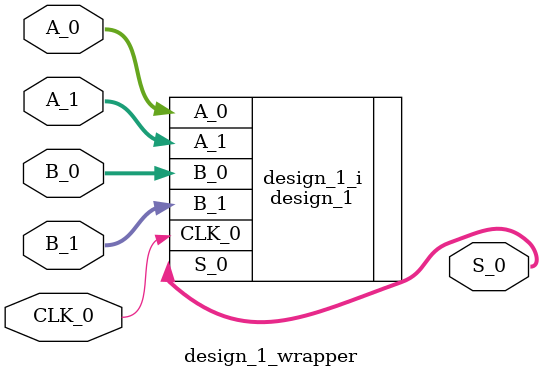
<source format=v>
`timescale 1 ps / 1 ps

module design_1_wrapper
   (A_0,
    A_1,
    B_0,
    B_1,
    CLK_0,
    S_0);
  input [1:0]A_0;
  input [1:0]A_1;
  input [1:0]B_0;
  input [1:0]B_1;
  input CLK_0;
  output [4:0]S_0;

  wire [1:0]A_0;
  wire [1:0]A_1;
  wire [1:0]B_0;
  wire [1:0]B_1;
  wire CLK_0;
  wire [4:0]S_0;

  design_1 design_1_i
       (.A_0(A_0),
        .A_1(A_1),
        .B_0(B_0),
        .B_1(B_1),
        .CLK_0(CLK_0),
        .S_0(S_0));
endmodule

</source>
